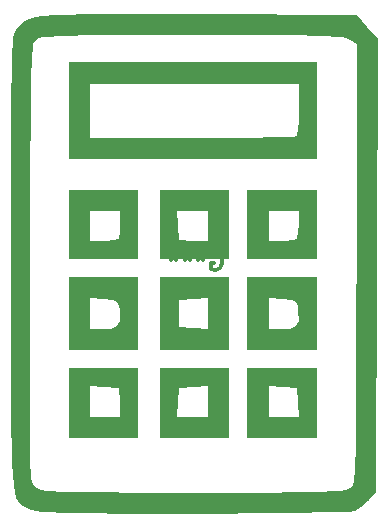
<source format=gbr>
%TF.GenerationSoftware,KiCad,Pcbnew,7.0.6*%
%TF.CreationDate,2023-09-15T11:55:09+02:00*%
%TF.ProjectId,l293d-motor-controller,6c323933-642d-46d6-9f74-6f722d636f6e,rev?*%
%TF.SameCoordinates,Original*%
%TF.FileFunction,Legend,Bot*%
%TF.FilePolarity,Positive*%
%FSLAX46Y46*%
G04 Gerber Fmt 4.6, Leading zero omitted, Abs format (unit mm)*
G04 Created by KiCad (PCBNEW 7.0.6) date 2023-09-15 11:55:09*
%MOMM*%
%LPD*%
G01*
G04 APERTURE LIST*
%ADD10C,0.300000*%
G04 APERTURE END LIST*
D10*
X123621427Y-121549757D02*
X123764285Y-121478328D01*
X123764285Y-121478328D02*
X123978570Y-121478328D01*
X123978570Y-121478328D02*
X124192856Y-121549757D01*
X124192856Y-121549757D02*
X124335713Y-121692614D01*
X124335713Y-121692614D02*
X124407142Y-121835471D01*
X124407142Y-121835471D02*
X124478570Y-122121185D01*
X124478570Y-122121185D02*
X124478570Y-122335471D01*
X124478570Y-122335471D02*
X124407142Y-122621185D01*
X124407142Y-122621185D02*
X124335713Y-122764042D01*
X124335713Y-122764042D02*
X124192856Y-122906900D01*
X124192856Y-122906900D02*
X123978570Y-122978328D01*
X123978570Y-122978328D02*
X123835713Y-122978328D01*
X123835713Y-122978328D02*
X123621427Y-122906900D01*
X123621427Y-122906900D02*
X123549999Y-122835471D01*
X123549999Y-122835471D02*
X123549999Y-122335471D01*
X123549999Y-122335471D02*
X123835713Y-122335471D01*
X122692856Y-121478328D02*
X122692856Y-121835471D01*
X123049999Y-121692614D02*
X122692856Y-121835471D01*
X122692856Y-121835471D02*
X122335713Y-121692614D01*
X122907142Y-122121185D02*
X122692856Y-121835471D01*
X122692856Y-121835471D02*
X122478570Y-122121185D01*
X121549999Y-121478328D02*
X121549999Y-121835471D01*
X121907142Y-121692614D02*
X121549999Y-121835471D01*
X121549999Y-121835471D02*
X121192856Y-121692614D01*
X121764285Y-122121185D02*
X121549999Y-121835471D01*
X121549999Y-121835471D02*
X121335713Y-122121185D01*
X120407142Y-121478328D02*
X120407142Y-121835471D01*
X120764285Y-121692614D02*
X120407142Y-121835471D01*
X120407142Y-121835471D02*
X120049999Y-121692614D01*
X120621428Y-122121185D02*
X120407142Y-121835471D01*
X120407142Y-121835471D02*
X120192856Y-122121185D01*
%TO.C,G\u002A\u002A\u002A*%
G36*
X132562626Y-137180808D02*
G01*
X129612121Y-137180808D01*
X126661616Y-137180808D01*
X126661616Y-135384849D01*
X128457575Y-135384849D01*
X129754461Y-135384849D01*
X131051347Y-135384849D01*
X130973148Y-134166162D01*
X130894949Y-132947475D01*
X129676262Y-132869276D01*
X128457575Y-132791077D01*
X128457575Y-134087963D01*
X128457575Y-135384849D01*
X126661616Y-135384849D01*
X126661616Y-134230303D01*
X126661616Y-131279798D01*
X129612121Y-131279798D01*
X132562626Y-131279798D01*
X132562626Y-134230303D01*
X132562626Y-135384849D01*
X132562626Y-137180808D01*
G37*
G36*
X125122222Y-134230303D02*
G01*
X125122222Y-137180808D01*
X122171717Y-137180808D01*
X119221212Y-137180808D01*
X119221212Y-135384849D01*
X120732491Y-135384849D01*
X122029377Y-135384849D01*
X123326262Y-135384849D01*
X123326262Y-134087963D01*
X123326262Y-132791077D01*
X122107575Y-132869276D01*
X120888889Y-132947475D01*
X120810690Y-134166162D01*
X120732491Y-135384849D01*
X119221212Y-135384849D01*
X119221212Y-134230303D01*
X119221212Y-131279798D01*
X122171717Y-131279798D01*
X125122222Y-131279798D01*
X125122222Y-132791077D01*
X125122222Y-134230303D01*
G37*
G36*
X125122222Y-126661616D02*
G01*
X125122222Y-129740404D01*
X122171717Y-129740404D01*
X119221212Y-129740404D01*
X119221212Y-127816162D01*
X120888889Y-127816162D01*
X122107575Y-127894361D01*
X123326262Y-127972560D01*
X123326262Y-126661616D01*
X123326262Y-125350673D01*
X122107575Y-125428872D01*
X120888889Y-125507071D01*
X120888889Y-126661616D01*
X120888889Y-127816162D01*
X119221212Y-127816162D01*
X119221212Y-126661616D01*
X119221212Y-123582829D01*
X122171717Y-123582829D01*
X125122222Y-123582829D01*
X125122222Y-125350673D01*
X125122222Y-126661616D01*
G37*
G36*
X125122222Y-119092930D02*
G01*
X125122222Y-122043435D01*
X122171717Y-122043435D01*
X119221212Y-122043435D01*
X119221212Y-119092930D01*
X119221212Y-117938384D01*
X120732491Y-117938384D01*
X120810690Y-119157071D01*
X120888889Y-120375758D01*
X122107575Y-120453957D01*
X123326262Y-120532156D01*
X123326262Y-119235270D01*
X123326262Y-117938384D01*
X122029377Y-117938384D01*
X120732491Y-117938384D01*
X119221212Y-117938384D01*
X119221212Y-116142425D01*
X122171717Y-116142425D01*
X125122222Y-116142425D01*
X125122222Y-117938384D01*
X125122222Y-119092930D01*
G37*
G36*
X117425252Y-137180808D02*
G01*
X114474747Y-137180808D01*
X111524242Y-137180808D01*
X111524242Y-135384849D01*
X113320202Y-135384849D01*
X114617088Y-135384849D01*
X115913973Y-135384849D01*
X115835774Y-134166162D01*
X115757575Y-132947475D01*
X114538889Y-132869276D01*
X113320202Y-132791077D01*
X113320202Y-134087963D01*
X113320202Y-135384849D01*
X111524242Y-135384849D01*
X111524242Y-134230303D01*
X111524242Y-131279798D01*
X114474747Y-131279798D01*
X117425252Y-131279798D01*
X117425252Y-134230303D01*
X117425252Y-135384849D01*
X117425252Y-137180808D01*
G37*
G36*
X132562626Y-129740404D02*
G01*
X129612121Y-129740404D01*
X126661616Y-129740404D01*
X126661616Y-127944445D01*
X128457575Y-127944445D01*
X129620173Y-127944445D01*
X130244183Y-127913756D01*
X130782456Y-127713299D01*
X130996259Y-127232679D01*
X130977168Y-126365334D01*
X130932286Y-125998456D01*
X130784377Y-125653835D01*
X130414102Y-125498814D01*
X129676262Y-125428872D01*
X128457575Y-125350673D01*
X128457575Y-126647559D01*
X128457575Y-127944445D01*
X126661616Y-127944445D01*
X126661616Y-126661616D01*
X126661616Y-123582829D01*
X129612121Y-123582829D01*
X132562626Y-123582829D01*
X132562626Y-126661616D01*
X132562626Y-127232679D01*
X132562626Y-129740404D01*
G37*
G36*
X132562626Y-119092930D02*
G01*
X132562626Y-122043435D01*
X129612121Y-122043435D01*
X126661616Y-122043435D01*
X126661616Y-120504041D01*
X128457575Y-120504041D01*
X129569360Y-120504041D01*
X129856385Y-120498454D01*
X130510489Y-120438162D01*
X130852188Y-120332997D01*
X130895486Y-120253382D01*
X130986842Y-119770130D01*
X131023232Y-119050169D01*
X131023232Y-117938384D01*
X129740404Y-117938384D01*
X128457575Y-117938384D01*
X128457575Y-119221212D01*
X128457575Y-120504041D01*
X126661616Y-120504041D01*
X126661616Y-119092930D01*
X126661616Y-116142425D01*
X129612121Y-116142425D01*
X132562626Y-116142425D01*
X132562626Y-117938384D01*
X132562626Y-119092930D01*
G37*
G36*
X117425252Y-129740404D02*
G01*
X114474747Y-129740404D01*
X111524242Y-129740404D01*
X111524242Y-127944445D01*
X113320202Y-127944445D01*
X114482799Y-127944445D01*
X115106810Y-127913756D01*
X115645082Y-127713299D01*
X115858886Y-127232679D01*
X115839794Y-126365334D01*
X115794913Y-125998456D01*
X115647003Y-125653835D01*
X115276728Y-125498814D01*
X114538889Y-125428872D01*
X113320202Y-125350673D01*
X113320202Y-126647559D01*
X113320202Y-127944445D01*
X111524242Y-127944445D01*
X111524242Y-126661616D01*
X111524242Y-123582829D01*
X114474747Y-123582829D01*
X117425252Y-123582829D01*
X117425252Y-126661616D01*
X117425252Y-127232679D01*
X117425252Y-129740404D01*
G37*
G36*
X117425252Y-119092930D02*
G01*
X117425252Y-122043435D01*
X114474747Y-122043435D01*
X111524242Y-122043435D01*
X111524242Y-120504041D01*
X113320202Y-120504041D01*
X114431986Y-120504041D01*
X114719011Y-120498454D01*
X115373116Y-120438162D01*
X115714815Y-120332997D01*
X115758113Y-120253382D01*
X115849468Y-119770130D01*
X115885858Y-119050169D01*
X115885858Y-117938384D01*
X114603030Y-117938384D01*
X113320202Y-117938384D01*
X113320202Y-119221212D01*
X113320202Y-120504041D01*
X111524242Y-120504041D01*
X111524242Y-119092930D01*
X111524242Y-116142425D01*
X114474747Y-116142425D01*
X117425252Y-116142425D01*
X117425252Y-117938384D01*
X117425252Y-119092930D01*
G37*
G36*
X132562626Y-109471717D02*
G01*
X132562626Y-113576768D01*
X122043434Y-113576768D01*
X111524242Y-113576768D01*
X111524242Y-111780808D01*
X113320202Y-111780808D01*
X122000673Y-111780808D01*
X123546907Y-111778081D01*
X125491643Y-111766407D01*
X127226322Y-111746620D01*
X128690330Y-111719891D01*
X129823053Y-111687391D01*
X130563877Y-111650292D01*
X130852188Y-111609765D01*
X130879186Y-111555974D01*
X130952694Y-111098463D01*
X131003968Y-110302702D01*
X131023232Y-109300674D01*
X131023232Y-107162627D01*
X122171717Y-107162627D01*
X113320202Y-107162627D01*
X113320202Y-109471717D01*
X113320202Y-111780808D01*
X111524242Y-111780808D01*
X111524242Y-109471717D01*
X111524242Y-105366667D01*
X122043434Y-105366667D01*
X132562626Y-105366667D01*
X132562626Y-107162627D01*
X132562626Y-109471717D01*
G37*
G36*
X137634574Y-122537427D02*
G01*
X137565656Y-141757825D01*
X136924242Y-142447880D01*
X136876901Y-142497939D01*
X136293035Y-143018901D01*
X135769697Y-143350179D01*
X135719729Y-143362206D01*
X135232011Y-143403221D01*
X134296073Y-143441936D01*
X132962399Y-143477508D01*
X131281469Y-143509092D01*
X129303765Y-143535846D01*
X127079770Y-143556925D01*
X124659966Y-143571487D01*
X122094834Y-143578687D01*
X121054251Y-143579792D01*
X118210735Y-143580189D01*
X115824787Y-143575259D01*
X113854593Y-143563899D01*
X112258334Y-143545004D01*
X110994196Y-143517469D01*
X110020360Y-143480192D01*
X109295012Y-143432067D01*
X108776334Y-143371991D01*
X108422509Y-143298859D01*
X108191722Y-143211567D01*
X108137948Y-143184159D01*
X107861450Y-143050272D01*
X107621393Y-142922683D01*
X107415210Y-142766762D01*
X107240335Y-142547883D01*
X107094200Y-142231415D01*
X106974240Y-141782732D01*
X106877886Y-141167204D01*
X106802573Y-140350204D01*
X106745733Y-139297103D01*
X106704799Y-137973273D01*
X106677205Y-136344085D01*
X106660385Y-134374912D01*
X106653933Y-132619546D01*
X108217661Y-132619546D01*
X108218868Y-134624754D01*
X108226006Y-136278738D01*
X108239924Y-137617385D01*
X108261469Y-138676581D01*
X108291489Y-139492216D01*
X108330832Y-140100175D01*
X108380346Y-140536346D01*
X108440878Y-140836617D01*
X108513276Y-141036875D01*
X108598388Y-141173007D01*
X108697062Y-141280901D01*
X108826014Y-141396813D01*
X108990860Y-141494540D01*
X109234303Y-141575008D01*
X109599796Y-141639890D01*
X110130792Y-141690864D01*
X110870746Y-141729605D01*
X111863109Y-141757788D01*
X113151336Y-141777089D01*
X114778881Y-141789184D01*
X116789196Y-141795749D01*
X119225735Y-141798459D01*
X122131952Y-141798990D01*
X123832489Y-141798757D01*
X126475126Y-141796576D01*
X128671861Y-141790842D01*
X130465703Y-141780043D01*
X131899661Y-141762666D01*
X133016744Y-141737199D01*
X133859961Y-141702129D01*
X134472320Y-141655944D01*
X134896832Y-141597131D01*
X135176504Y-141524177D01*
X135354346Y-141435570D01*
X135473367Y-141329798D01*
X135500484Y-141296834D01*
X135578262Y-141152388D01*
X135645275Y-140918754D01*
X135702311Y-140560606D01*
X135750163Y-140042613D01*
X135789620Y-139329448D01*
X135821475Y-138385782D01*
X135846516Y-137176286D01*
X135865536Y-135665632D01*
X135879324Y-133818491D01*
X135888672Y-131599535D01*
X135894370Y-128973435D01*
X135897209Y-125904862D01*
X135897980Y-122358488D01*
X135897980Y-103856370D01*
X135327761Y-103456973D01*
X135250034Y-103410407D01*
X135020701Y-103326049D01*
X134662536Y-103256018D01*
X134132841Y-103199030D01*
X133388915Y-103153804D01*
X132388061Y-103119055D01*
X131087578Y-103093501D01*
X129444768Y-103075860D01*
X127416932Y-103064847D01*
X124961370Y-103059180D01*
X122035384Y-103057576D01*
X119389108Y-103059179D01*
X116847902Y-103065512D01*
X114743157Y-103077717D01*
X113034210Y-103096915D01*
X111680399Y-103124227D01*
X110641061Y-103160771D01*
X109875535Y-103207668D01*
X109343158Y-103266038D01*
X109003266Y-103337000D01*
X108815199Y-103421675D01*
X108787712Y-103442475D01*
X108696336Y-103533139D01*
X108617367Y-103674516D01*
X108549737Y-103902176D01*
X108492374Y-104251690D01*
X108444210Y-104758628D01*
X108404173Y-105458561D01*
X108371193Y-106387059D01*
X108344202Y-107579693D01*
X108322128Y-109072033D01*
X108303902Y-110899650D01*
X108288453Y-113098113D01*
X108274712Y-115702995D01*
X108261608Y-118749865D01*
X108248072Y-122274293D01*
X108241155Y-124137700D01*
X108229652Y-127411906D01*
X108221539Y-130227226D01*
X108217661Y-132619546D01*
X106653933Y-132619546D01*
X106651770Y-132031125D01*
X106648795Y-129278095D01*
X106648892Y-126081195D01*
X106649495Y-122405796D01*
X106649598Y-120135386D01*
X106650599Y-116828188D01*
X106653410Y-113977124D01*
X106658926Y-111546872D01*
X106668041Y-109502110D01*
X106681649Y-107807515D01*
X106700646Y-106427765D01*
X106725926Y-105327537D01*
X106758382Y-104471510D01*
X106798910Y-103824360D01*
X106848404Y-103350765D01*
X106907759Y-103015403D01*
X106977869Y-102782952D01*
X107059627Y-102618088D01*
X107153930Y-102485491D01*
X107343034Y-102252489D01*
X107568199Y-102022527D01*
X107841412Y-101830933D01*
X108204951Y-101674496D01*
X108701096Y-101550007D01*
X109372127Y-101454255D01*
X110260323Y-101384030D01*
X111407964Y-101336122D01*
X112857330Y-101307321D01*
X114650699Y-101294417D01*
X116830352Y-101294200D01*
X119438568Y-101303459D01*
X122517627Y-101318985D01*
X135937692Y-101389899D01*
X136820592Y-102353464D01*
X137703491Y-103317029D01*
X137635216Y-122358488D01*
X137634574Y-122537427D01*
G37*
%TD*%
M02*

</source>
